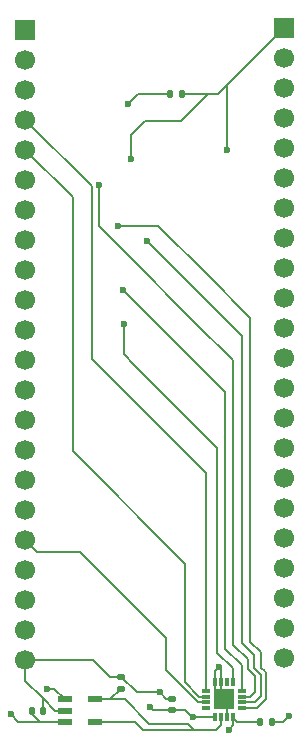
<source format=gbr>
%TF.GenerationSoftware,KiCad,Pcbnew,9.0.2*%
%TF.CreationDate,2025-06-27T21:37:16+02:00*%
%TF.ProjectId,flex_aufsatz,666c6578-5f61-4756-9673-61747a2e6b69,rev?*%
%TF.SameCoordinates,Original*%
%TF.FileFunction,Copper,L1,Top*%
%TF.FilePolarity,Positive*%
%FSLAX46Y46*%
G04 Gerber Fmt 4.6, Leading zero omitted, Abs format (unit mm)*
G04 Created by KiCad (PCBNEW 9.0.2) date 2025-06-27 21:37:16*
%MOMM*%
%LPD*%
G01*
G04 APERTURE LIST*
G04 Aperture macros list*
%AMRoundRect*
0 Rectangle with rounded corners*
0 $1 Rounding radius*
0 $2 $3 $4 $5 $6 $7 $8 $9 X,Y pos of 4 corners*
0 Add a 4 corners polygon primitive as box body*
4,1,4,$2,$3,$4,$5,$6,$7,$8,$9,$2,$3,0*
0 Add four circle primitives for the rounded corners*
1,1,$1+$1,$2,$3*
1,1,$1+$1,$4,$5*
1,1,$1+$1,$6,$7*
1,1,$1+$1,$8,$9*
0 Add four rect primitives between the rounded corners*
20,1,$1+$1,$2,$3,$4,$5,0*
20,1,$1+$1,$4,$5,$6,$7,0*
20,1,$1+$1,$6,$7,$8,$9,0*
20,1,$1+$1,$8,$9,$2,$3,0*%
G04 Aperture macros list end*
%TA.AperFunction,ComponentPad*%
%ADD10R,1.700000X1.700000*%
%TD*%
%TA.AperFunction,ComponentPad*%
%ADD11C,1.700000*%
%TD*%
%TA.AperFunction,SMDPad,CuDef*%
%ADD12R,1.250000X0.600000*%
%TD*%
%TA.AperFunction,SMDPad,CuDef*%
%ADD13RoundRect,0.140000X-0.140000X-0.170000X0.140000X-0.170000X0.140000X0.170000X-0.140000X0.170000X0*%
%TD*%
%TA.AperFunction,SMDPad,CuDef*%
%ADD14RoundRect,0.140000X0.170000X-0.140000X0.170000X0.140000X-0.170000X0.140000X-0.170000X-0.140000X0*%
%TD*%
%TA.AperFunction,SMDPad,CuDef*%
%ADD15RoundRect,0.140000X-0.170000X0.140000X-0.170000X-0.140000X0.170000X-0.140000X0.170000X0.140000X0*%
%TD*%
%TA.AperFunction,SMDPad,CuDef*%
%ADD16R,0.800000X0.300000*%
%TD*%
%TA.AperFunction,SMDPad,CuDef*%
%ADD17R,0.300000X0.800000*%
%TD*%
%TA.AperFunction,SMDPad,CuDef*%
%ADD18R,1.750000X1.750000*%
%TD*%
%TA.AperFunction,ViaPad*%
%ADD19C,0.600000*%
%TD*%
%TA.AperFunction,Conductor*%
%ADD20C,0.200000*%
%TD*%
G04 APERTURE END LIST*
D10*
%TO.P,J1,1,Pin_1*%
%TO.N,+3.3V*%
X97400000Y-100160000D03*
D11*
%TO.P,J1,2,Pin_2*%
X97400000Y-102700000D03*
%TO.P,J1,3,Pin_3*%
%TO.N,unconnected-(J1-Pin_3-Pad3)*%
X97400000Y-105240000D03*
%TO.P,J1,4,Pin_4*%
%TO.N,/WS*%
X97400000Y-107780000D03*
%TO.P,J1,5,Pin_5*%
%TO.N,/BCLK*%
X97400000Y-110320000D03*
%TO.P,J1,6,Pin_6*%
%TO.N,unconnected-(J1-Pin_6-Pad6)*%
X97400000Y-112860000D03*
%TO.P,J1,7,Pin_7*%
%TO.N,unconnected-(J1-Pin_7-Pad7)*%
X97400000Y-115400000D03*
%TO.P,J1,8,Pin_8*%
%TO.N,unconnected-(J1-Pin_8-Pad8)*%
X97400000Y-117940000D03*
%TO.P,J1,9,Pin_9*%
%TO.N,unconnected-(J1-Pin_9-Pad9)*%
X97400000Y-120480000D03*
%TO.P,J1,10,Pin_10*%
%TO.N,unconnected-(J1-Pin_10-Pad10)*%
X97400000Y-123020000D03*
%TO.P,J1,11,Pin_11*%
%TO.N,unconnected-(J1-Pin_11-Pad11)*%
X97400000Y-125560000D03*
%TO.P,J1,12,Pin_12*%
%TO.N,unconnected-(J1-Pin_12-Pad12)*%
X97400000Y-128100000D03*
%TO.P,J1,13,Pin_13*%
%TO.N,unconnected-(J1-Pin_13-Pad13)*%
X97400000Y-130640000D03*
%TO.P,J1,14,Pin_14*%
%TO.N,unconnected-(J1-Pin_14-Pad14)*%
X97400000Y-133180000D03*
%TO.P,J1,15,Pin_15*%
%TO.N,unconnected-(J1-Pin_15-Pad15)*%
X97400000Y-135720000D03*
%TO.P,J1,16,Pin_16*%
%TO.N,unconnected-(J1-Pin_16-Pad16)*%
X97400000Y-138260000D03*
%TO.P,J1,17,Pin_17*%
%TO.N,unconnected-(J1-Pin_17-Pad17)*%
X97400000Y-140800000D03*
%TO.P,J1,18,Pin_18*%
%TO.N,/TDM_DATA*%
X97400000Y-143340000D03*
%TO.P,J1,19,Pin_19*%
%TO.N,unconnected-(J1-Pin_19-Pad19)*%
X97400000Y-145880000D03*
%TO.P,J1,20,Pin_20*%
%TO.N,unconnected-(J1-Pin_20-Pad20)*%
X97400000Y-148420000D03*
%TO.P,J1,21,Pin_21*%
%TO.N,unconnected-(J1-Pin_21-Pad21)*%
X97400000Y-150960000D03*
%TO.P,J1,22,Pin_22*%
%TO.N,GND*%
X97400000Y-153500000D03*
%TD*%
D12*
%TO.P,IC1,1,VIN*%
%TO.N,+3.3V*%
X100750000Y-156850000D03*
%TO.P,IC1,2,GND*%
%TO.N,GND*%
X100750000Y-157800000D03*
%TO.P,IC1,3,EN*%
%TO.N,+3.3V*%
X100750000Y-158750000D03*
%TO.P,IC1,4,SENSE/ADJ*%
%TO.N,+1V8*%
X103250000Y-158750000D03*
%TO.P,IC1,5,VOUT*%
X103250000Y-156850000D03*
%TD*%
D13*
%TO.P,C2,1*%
%TO.N,+3.3V*%
X117290000Y-158750000D03*
%TO.P,C2,2*%
%TO.N,GND*%
X118250000Y-158750000D03*
%TD*%
D14*
%TO.P,C1,1*%
%TO.N,+3.3V*%
X109800000Y-157780000D03*
%TO.P,C1,2*%
%TO.N,GND*%
X109800000Y-156820000D03*
%TD*%
D15*
%TO.P,C6,1*%
%TO.N,GND*%
X105500000Y-154970000D03*
%TO.P,C6,2*%
%TO.N,+1V8*%
X105500000Y-155930000D03*
%TD*%
D16*
%TO.P,U1,1,PDM_CLK0*%
%TO.N,/MIC_CLK0*%
X115700000Y-157600000D03*
%TO.P,U1,2,PDM_DAT0*%
%TO.N,/MIC_DOUT_0*%
X115700000Y-157100000D03*
%TO.P,U1,3,PDM_DAT1*%
%TO.N,/MIC_DOUT_1*%
X115700000Y-156600000D03*
%TO.P,U1,4,PDM_CLK1*%
%TO.N,/MIC_CLK1*%
X115700000Y-156100000D03*
D17*
%TO.P,U1,5,PDM_DAT2*%
%TO.N,/MIC_DOUT_2*%
X114950000Y-155350000D03*
%TO.P,U1,6,PDM_DAT3*%
%TO.N,unconnected-(U1-PDM_DAT3-Pad6)*%
X114450000Y-155350000D03*
%TO.P,U1,7,SCL*%
%TO.N,GND*%
X113950000Y-155350000D03*
%TO.P,U1,8,SDA*%
X113450000Y-155350000D03*
D16*
%TO.P,U1,9,FSYNC*%
%TO.N,/WS*%
X112700000Y-156100000D03*
%TO.P,U1,10,BCLK*%
%TO.N,/BCLK*%
X112700000Y-156600000D03*
%TO.P,U1,11,SDATA*%
%TO.N,/TDM_DATA*%
X112700000Y-157100000D03*
%TO.P,U1,12,ADDR/CONFIG*%
%TO.N,unconnected-(U1-ADDR{slash}CONFIG-Pad12)*%
X112700000Y-157600000D03*
D17*
%TO.P,U1,13,EN*%
%TO.N,+3.3V*%
X113450000Y-158350000D03*
%TO.P,U1,14,DVDD*%
%TO.N,+1V8*%
X113950000Y-158350000D03*
%TO.P,U1,15,GND*%
%TO.N,GND*%
X114450000Y-158350000D03*
%TO.P,U1,16,IOVDD*%
%TO.N,+3.3V*%
X114950000Y-158350000D03*
D18*
%TO.P,U1,17,EPAD*%
%TO.N,GND*%
X114200000Y-156850000D03*
%TD*%
D10*
%TO.P,J2,1,Pin_1*%
%TO.N,GND*%
X119300000Y-100000000D03*
D11*
%TO.P,J2,2,Pin_2*%
%TO.N,unconnected-(J2-Pin_2-Pad2)*%
X119300000Y-102540000D03*
%TO.P,J2,3,Pin_3*%
%TO.N,unconnected-(J2-Pin_3-Pad3)*%
X119300000Y-105080000D03*
%TO.P,J2,4,Pin_4*%
%TO.N,unconnected-(J2-Pin_4-Pad4)*%
X119300000Y-107620000D03*
%TO.P,J2,5,Pin_5*%
%TO.N,unconnected-(J2-Pin_5-Pad5)*%
X119300000Y-110160000D03*
%TO.P,J2,6,Pin_6*%
%TO.N,unconnected-(J2-Pin_6-Pad6)*%
X119300000Y-112700000D03*
%TO.P,J2,7,Pin_7*%
%TO.N,unconnected-(J2-Pin_7-Pad7)*%
X119300000Y-115240000D03*
%TO.P,J2,8,Pin_8*%
%TO.N,unconnected-(J2-Pin_8-Pad8)*%
X119300000Y-117780000D03*
%TO.P,J2,9,Pin_9*%
%TO.N,unconnected-(J2-Pin_9-Pad9)*%
X119300000Y-120320000D03*
%TO.P,J2,10,Pin_10*%
%TO.N,unconnected-(J2-Pin_10-Pad10)*%
X119300000Y-122860000D03*
%TO.P,J2,11,Pin_11*%
%TO.N,unconnected-(J2-Pin_11-Pad11)*%
X119300000Y-125400000D03*
%TO.P,J2,12,Pin_12*%
%TO.N,unconnected-(J2-Pin_12-Pad12)*%
X119300000Y-127940000D03*
%TO.P,J2,13,Pin_13*%
%TO.N,unconnected-(J2-Pin_13-Pad13)*%
X119300000Y-130480000D03*
%TO.P,J2,14,Pin_14*%
%TO.N,unconnected-(J2-Pin_14-Pad14)*%
X119300000Y-133020000D03*
%TO.P,J2,15,Pin_15*%
%TO.N,unconnected-(J2-Pin_15-Pad15)*%
X119300000Y-135560000D03*
%TO.P,J2,16,Pin_16*%
%TO.N,unconnected-(J2-Pin_16-Pad16)*%
X119300000Y-138100000D03*
%TO.P,J2,17,Pin_17*%
%TO.N,unconnected-(J2-Pin_17-Pad17)*%
X119300000Y-140640000D03*
%TO.P,J2,18,Pin_18*%
%TO.N,unconnected-(J2-Pin_18-Pad18)*%
X119300000Y-143180000D03*
%TO.P,J2,19,Pin_19*%
%TO.N,unconnected-(J2-Pin_19-Pad19)*%
X119300000Y-145720000D03*
%TO.P,J2,20,Pin_20*%
%TO.N,unconnected-(J2-Pin_20-Pad20)*%
X119300000Y-148260000D03*
%TO.P,J2,21,Pin_21*%
%TO.N,GND*%
X119300000Y-150800000D03*
%TO.P,J2,22,Pin_22*%
X119300000Y-153340000D03*
%TD*%
D13*
%TO.P,C3,1*%
%TO.N,+3.3V*%
X97920000Y-157800000D03*
%TO.P,C3,2*%
%TO.N,GND*%
X98880000Y-157800000D03*
%TD*%
%TO.P,C4,1*%
%TO.N,+3.3V*%
X109650000Y-105600000D03*
%TO.P,C4,2*%
%TO.N,GND*%
X110610000Y-105600000D03*
%TD*%
D19*
%TO.N,GND*%
X114450000Y-110325000D03*
X106300000Y-111050000D03*
%TO.N,/MIC_CLK1*%
X105625000Y-122150000D03*
%TO.N,/MIC_DOUT_1*%
X103625000Y-113275000D03*
%TO.N,+3.3V*%
X107950000Y-157500000D03*
X106075000Y-106425000D03*
X111550000Y-158350000D03*
X96150000Y-158100000D03*
X99250000Y-155950000D03*
X114600000Y-159399000D03*
%TO.N,GND*%
X108750000Y-156250000D03*
X119700000Y-158250000D03*
X113800000Y-154100000D03*
%TO.N,/MIC_CLK0*%
X105200000Y-116750000D03*
%TO.N,/MIC_DOUT_0*%
X107700000Y-118050000D03*
%TO.N,/MIC_DOUT_2*%
X105700000Y-125050000D03*
%TD*%
D20*
%TO.N,GND*%
X104570000Y-154970000D02*
X105500000Y-154970000D01*
X103100000Y-153500000D02*
X104570000Y-154970000D01*
X97400000Y-153500000D02*
X103100000Y-153500000D01*
X114450000Y-104850000D02*
X114812500Y-104487500D01*
X114450000Y-110325000D02*
X114450000Y-104850000D01*
X114812500Y-104487500D02*
X119300000Y-100000000D01*
X110600000Y-107850000D02*
X112850000Y-105600000D01*
X112850000Y-105600000D02*
X113700000Y-105600000D01*
X107550000Y-107850000D02*
X110600000Y-107850000D01*
X106300000Y-109100000D02*
X107550000Y-107850000D01*
X106300000Y-111050000D02*
X106300000Y-109100000D01*
%TO.N,/MIC_CLK1*%
X105625000Y-122175000D02*
X105625000Y-122150000D01*
X111500000Y-128050000D02*
X105625000Y-122175000D01*
%TO.N,/MIC_DOUT_1*%
X103625000Y-116775000D02*
X103625000Y-113275000D01*
X106075000Y-119225000D02*
X103625000Y-116775000D01*
%TO.N,/WS*%
X103000000Y-128000000D02*
X112700000Y-137700000D01*
X103000000Y-113380000D02*
X103000000Y-128000000D01*
X97400000Y-107780000D02*
X103000000Y-113380000D01*
X112700000Y-137700000D02*
X112700000Y-156100000D01*
%TO.N,+3.3V*%
X114950000Y-159049000D02*
X114950000Y-158350000D01*
X106075000Y-106425000D02*
X106900000Y-105600000D01*
X113450000Y-158350000D02*
X111550000Y-158350000D01*
X106900000Y-105600000D02*
X109650000Y-105600000D01*
X111520000Y-158350000D02*
X110900000Y-157730000D01*
X109800000Y-157780000D02*
X108230000Y-157780000D01*
X100750000Y-158750000D02*
X98600000Y-158750000D01*
X114600000Y-159399000D02*
X114950000Y-159049000D01*
X99850000Y-155950000D02*
X100750000Y-156850000D01*
X97920000Y-158070000D02*
X98600000Y-158750000D01*
X111550000Y-158350000D02*
X111520000Y-158350000D01*
X97920000Y-157800000D02*
X97920000Y-158070000D01*
X115350000Y-158750000D02*
X114950000Y-158350000D01*
X110900000Y-157730000D02*
X110850000Y-157780000D01*
X108230000Y-157780000D02*
X107950000Y-157500000D01*
X96800000Y-158750000D02*
X96150000Y-158100000D01*
X99250000Y-155950000D02*
X99850000Y-155950000D01*
X110850000Y-157780000D02*
X109800000Y-157780000D01*
X117290000Y-158750000D02*
X115350000Y-158750000D01*
X98600000Y-158750000D02*
X96800000Y-158750000D01*
%TO.N,GND*%
X113950000Y-156600000D02*
X114200000Y-156850000D01*
X97400000Y-155275000D02*
X97400000Y-153500000D01*
X113950000Y-154250000D02*
X113800000Y-154100000D01*
X113450000Y-155350000D02*
X113450000Y-154450000D01*
X113950000Y-155350000D02*
X113950000Y-156600000D01*
X100750000Y-157800000D02*
X99925000Y-157800000D01*
X110610000Y-105600000D02*
X113700000Y-105600000D01*
X114450000Y-158350000D02*
X114450000Y-157100000D01*
X109320000Y-156820000D02*
X109800000Y-156820000D01*
X98880000Y-157800000D02*
X98880000Y-156770000D01*
X98880000Y-156770000D02*
X98887500Y-156762500D01*
X105500000Y-154970000D02*
X105520000Y-154970000D01*
X118250000Y-158750000D02*
X119200000Y-158750000D01*
X98887500Y-156762500D02*
X97400000Y-155275000D01*
X105520000Y-154970000D02*
X106800000Y-156250000D01*
X113450000Y-156100000D02*
X114200000Y-156850000D01*
X119200000Y-158750000D02*
X119700000Y-158250000D01*
X113450000Y-155350000D02*
X113450000Y-156100000D01*
X113950000Y-155350000D02*
X113950000Y-154250000D01*
X106800000Y-156250000D02*
X108750000Y-156250000D01*
X108750000Y-156250000D02*
X109320000Y-156820000D01*
X114450000Y-157100000D02*
X114200000Y-156850000D01*
X99925000Y-157800000D02*
X98887500Y-156762500D01*
X113700000Y-105600000D02*
X114812500Y-104487500D01*
X113450000Y-154450000D02*
X113800000Y-154100000D01*
%TO.N,+1V8*%
X105500000Y-156850000D02*
X105800000Y-156850000D01*
X103250000Y-158750000D02*
X106701000Y-158750000D01*
X104800000Y-156850000D02*
X105500000Y-156850000D01*
X113950000Y-159002000D02*
X113950000Y-158350000D01*
X104550000Y-156850000D02*
X104580000Y-156850000D01*
X106701000Y-158750000D02*
X107350000Y-159399000D01*
X113553000Y-159399000D02*
X113950000Y-159002000D01*
X111151000Y-158900000D02*
X111650000Y-159399000D01*
X105800000Y-156850000D02*
X107850000Y-158900000D01*
X110399000Y-159399000D02*
X111650000Y-159399000D01*
X107850000Y-158900000D02*
X111151000Y-158900000D01*
X111650000Y-159399000D02*
X113553000Y-159399000D01*
X103250000Y-156850000D02*
X104550000Y-156850000D01*
X107350000Y-159399000D02*
X110399000Y-159399000D01*
X104580000Y-156850000D02*
X105500000Y-155930000D01*
X104550000Y-156850000D02*
X104800000Y-156850000D01*
%TO.N,/TDM_DATA*%
X109300000Y-154352000D02*
X109300000Y-151650000D01*
X102000000Y-144350000D02*
X98410000Y-144350000D01*
X112048000Y-157100000D02*
X109300000Y-154352000D01*
X98410000Y-144350000D02*
X97400000Y-143340000D01*
X112700000Y-157100000D02*
X112048000Y-157100000D01*
X109300000Y-151650000D02*
X102000000Y-144350000D01*
%TO.N,/BCLK*%
X101400000Y-135850000D02*
X101400000Y-114320000D01*
X110900000Y-145350000D02*
X101400000Y-135850000D01*
X110900000Y-155384900D02*
X110900000Y-145350000D01*
X112700000Y-156600000D02*
X112115100Y-156600000D01*
X112115100Y-156600000D02*
X110900000Y-155384900D01*
X101400000Y-114320000D02*
X97400000Y-110320000D01*
%TO.N,/MIC_DOUT_1*%
X116800000Y-154850000D02*
X116250000Y-154300000D01*
X116250000Y-154300000D02*
X116250000Y-153450000D01*
X115000000Y-152200000D02*
X115000000Y-128150000D01*
X115000000Y-128150000D02*
X111700000Y-124850000D01*
X116250000Y-153450000D02*
X115000000Y-152200000D01*
X115700000Y-156600000D02*
X116400000Y-156600000D01*
X116400000Y-156600000D02*
X116800000Y-156200000D01*
X111700000Y-124850000D02*
X106075000Y-119225000D01*
X116800000Y-156200000D02*
X116800000Y-154850000D01*
%TO.N,/MIC_CLK0*%
X115700000Y-157600000D02*
X117000000Y-157600000D01*
X117350000Y-154150000D02*
X117350000Y-152850000D01*
X105200000Y-116750000D02*
X105100000Y-116750000D01*
X116450000Y-124550000D02*
X112750000Y-120850000D01*
X106200000Y-116750000D02*
X105200000Y-116750000D01*
X117000000Y-157600000D02*
X117800000Y-156800000D01*
X117800000Y-154600000D02*
X117650000Y-154450000D01*
X117650000Y-154450000D02*
X117350000Y-154150000D01*
X116450000Y-151950000D02*
X116450000Y-124550000D01*
X117800000Y-156800000D02*
X117800000Y-154600000D01*
X112750000Y-120850000D02*
X108650000Y-116750000D01*
X117350000Y-152850000D02*
X116450000Y-151950000D01*
X108650000Y-116750000D02*
X106200000Y-116750000D01*
%TO.N,/MIC_DOUT_0*%
X112800000Y-123150000D02*
X107700000Y-118050000D01*
X115750000Y-152100000D02*
X115750000Y-126100000D01*
X116750000Y-154200000D02*
X116750000Y-153100000D01*
X116750000Y-153100000D02*
X115750000Y-152100000D01*
X117350000Y-154800000D02*
X116750000Y-154200000D01*
X117350000Y-156550000D02*
X117350000Y-154800000D01*
X115750000Y-126100000D02*
X112800000Y-123150000D01*
X115700000Y-157100000D02*
X116800000Y-157100000D01*
X116800000Y-157100000D02*
X117350000Y-156550000D01*
%TO.N,/MIC_CLK1*%
X114300000Y-151100000D02*
X114300000Y-130850000D01*
X115700000Y-156100000D02*
X115700000Y-153950000D01*
X114300000Y-152550000D02*
X114300000Y-151100000D01*
X115700000Y-153950000D02*
X114300000Y-152550000D01*
X114300000Y-130850000D02*
X111500000Y-128050000D01*
%TO.N,/MIC_DOUT_2*%
X113650000Y-135550000D02*
X106600000Y-128500000D01*
X113650000Y-151200000D02*
X113650000Y-135550000D01*
X105700000Y-127600000D02*
X105700000Y-125050000D01*
X106600000Y-128500000D02*
X105700000Y-127600000D01*
X114950000Y-155350000D02*
X114950000Y-154200000D01*
X114950000Y-154200000D02*
X113650000Y-152900000D01*
X113650000Y-152900000D02*
X113650000Y-151200000D01*
%TD*%
M02*

</source>
